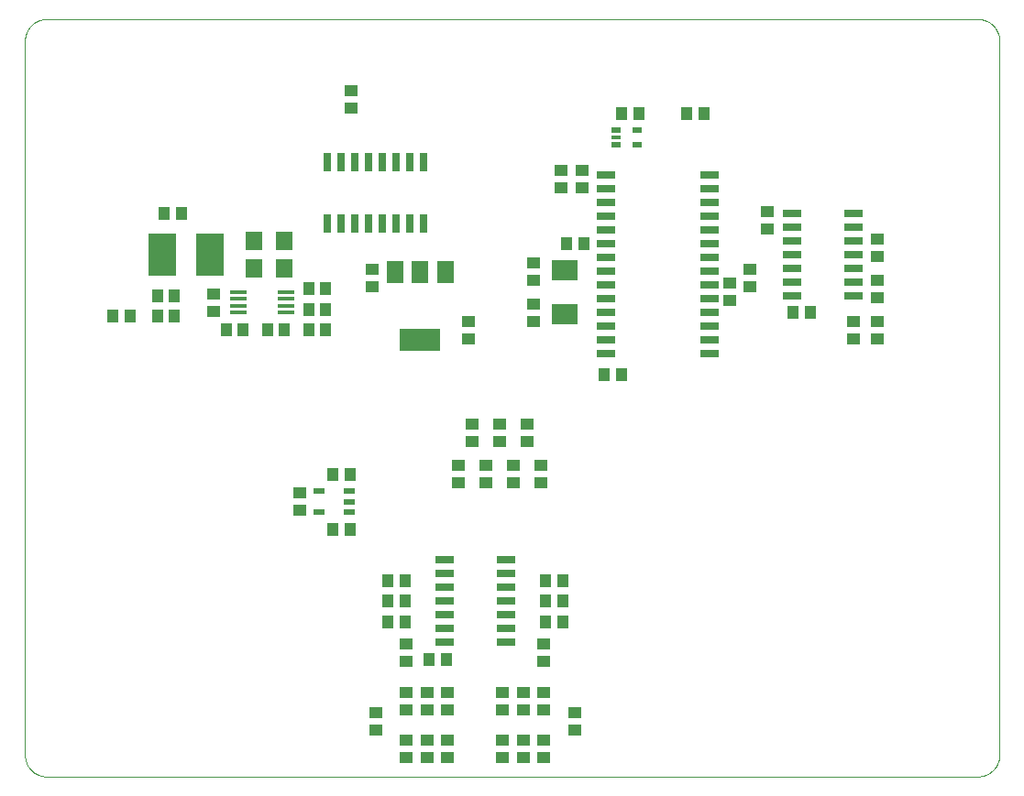
<source format=gtp>
G75*
%MOIN*%
%OFA0B0*%
%FSLAX25Y25*%
%IPPOS*%
%LPD*%
%AMOC8*
5,1,8,0,0,1.08239X$1,22.5*
%
%ADD10C,0.00400*%
%ADD11R,0.06890X0.02756*%
%ADD12R,0.05118X0.04331*%
%ADD13R,0.04331X0.05118*%
%ADD14R,0.09449X0.07480*%
%ADD15R,0.04331X0.02362*%
%ADD16R,0.06693X0.02559*%
%ADD17R,0.05906X0.07874*%
%ADD18R,0.14961X0.07874*%
%ADD19R,0.02756X0.06890*%
%ADD20R,0.03543X0.02362*%
%ADD21R,0.03543X0.01575*%
%ADD22R,0.06496X0.01772*%
%ADD23R,0.06299X0.07087*%
%ADD24R,0.09843X0.15748*%
D10*
X0009268Y0087909D02*
X0347850Y0087909D01*
X0348040Y0087911D01*
X0348230Y0087918D01*
X0348420Y0087930D01*
X0348610Y0087946D01*
X0348799Y0087966D01*
X0348988Y0087992D01*
X0349176Y0088021D01*
X0349363Y0088056D01*
X0349549Y0088095D01*
X0349734Y0088138D01*
X0349919Y0088186D01*
X0350102Y0088238D01*
X0350283Y0088294D01*
X0350463Y0088355D01*
X0350642Y0088421D01*
X0350819Y0088490D01*
X0350995Y0088564D01*
X0351168Y0088642D01*
X0351340Y0088725D01*
X0351509Y0088811D01*
X0351677Y0088901D01*
X0351842Y0088996D01*
X0352005Y0089094D01*
X0352165Y0089197D01*
X0352323Y0089303D01*
X0352478Y0089413D01*
X0352631Y0089526D01*
X0352781Y0089644D01*
X0352927Y0089765D01*
X0353071Y0089889D01*
X0353212Y0090017D01*
X0353350Y0090148D01*
X0353485Y0090283D01*
X0353616Y0090421D01*
X0353744Y0090562D01*
X0353868Y0090706D01*
X0353989Y0090852D01*
X0354107Y0091002D01*
X0354220Y0091155D01*
X0354330Y0091310D01*
X0354436Y0091468D01*
X0354539Y0091628D01*
X0354637Y0091791D01*
X0354732Y0091956D01*
X0354822Y0092124D01*
X0354908Y0092293D01*
X0354991Y0092465D01*
X0355069Y0092638D01*
X0355143Y0092814D01*
X0355212Y0092991D01*
X0355278Y0093170D01*
X0355339Y0093350D01*
X0355395Y0093531D01*
X0355447Y0093714D01*
X0355495Y0093899D01*
X0355538Y0094084D01*
X0355577Y0094270D01*
X0355612Y0094457D01*
X0355641Y0094645D01*
X0355667Y0094834D01*
X0355687Y0095023D01*
X0355703Y0095213D01*
X0355715Y0095403D01*
X0355722Y0095593D01*
X0355724Y0095783D01*
X0355724Y0355626D01*
X0355722Y0355816D01*
X0355715Y0356006D01*
X0355703Y0356196D01*
X0355687Y0356386D01*
X0355667Y0356575D01*
X0355641Y0356764D01*
X0355612Y0356952D01*
X0355577Y0357139D01*
X0355538Y0357325D01*
X0355495Y0357510D01*
X0355447Y0357695D01*
X0355395Y0357878D01*
X0355339Y0358059D01*
X0355278Y0358239D01*
X0355212Y0358418D01*
X0355143Y0358595D01*
X0355069Y0358771D01*
X0354991Y0358944D01*
X0354908Y0359116D01*
X0354822Y0359285D01*
X0354732Y0359453D01*
X0354637Y0359618D01*
X0354539Y0359781D01*
X0354436Y0359941D01*
X0354330Y0360099D01*
X0354220Y0360254D01*
X0354107Y0360407D01*
X0353989Y0360557D01*
X0353868Y0360703D01*
X0353744Y0360847D01*
X0353616Y0360988D01*
X0353485Y0361126D01*
X0353350Y0361261D01*
X0353212Y0361392D01*
X0353071Y0361520D01*
X0352927Y0361644D01*
X0352781Y0361765D01*
X0352631Y0361883D01*
X0352478Y0361996D01*
X0352323Y0362106D01*
X0352165Y0362212D01*
X0352005Y0362315D01*
X0351842Y0362413D01*
X0351677Y0362508D01*
X0351509Y0362598D01*
X0351340Y0362684D01*
X0351168Y0362767D01*
X0350995Y0362845D01*
X0350819Y0362919D01*
X0350642Y0362988D01*
X0350463Y0363054D01*
X0350283Y0363115D01*
X0350102Y0363171D01*
X0349919Y0363223D01*
X0349734Y0363271D01*
X0349549Y0363314D01*
X0349363Y0363353D01*
X0349176Y0363388D01*
X0348988Y0363417D01*
X0348799Y0363443D01*
X0348610Y0363463D01*
X0348420Y0363479D01*
X0348230Y0363491D01*
X0348040Y0363498D01*
X0347850Y0363500D01*
X0009268Y0363500D01*
X0009078Y0363498D01*
X0008888Y0363491D01*
X0008698Y0363479D01*
X0008508Y0363463D01*
X0008319Y0363443D01*
X0008130Y0363417D01*
X0007942Y0363388D01*
X0007755Y0363353D01*
X0007569Y0363314D01*
X0007384Y0363271D01*
X0007199Y0363223D01*
X0007016Y0363171D01*
X0006835Y0363115D01*
X0006655Y0363054D01*
X0006476Y0362988D01*
X0006299Y0362919D01*
X0006123Y0362845D01*
X0005950Y0362767D01*
X0005778Y0362684D01*
X0005609Y0362598D01*
X0005441Y0362508D01*
X0005276Y0362413D01*
X0005113Y0362315D01*
X0004953Y0362212D01*
X0004795Y0362106D01*
X0004640Y0361996D01*
X0004487Y0361883D01*
X0004337Y0361765D01*
X0004191Y0361644D01*
X0004047Y0361520D01*
X0003906Y0361392D01*
X0003768Y0361261D01*
X0003633Y0361126D01*
X0003502Y0360988D01*
X0003374Y0360847D01*
X0003250Y0360703D01*
X0003129Y0360557D01*
X0003011Y0360407D01*
X0002898Y0360254D01*
X0002788Y0360099D01*
X0002682Y0359941D01*
X0002579Y0359781D01*
X0002481Y0359618D01*
X0002386Y0359453D01*
X0002296Y0359285D01*
X0002210Y0359116D01*
X0002127Y0358944D01*
X0002049Y0358771D01*
X0001975Y0358595D01*
X0001906Y0358418D01*
X0001840Y0358239D01*
X0001779Y0358059D01*
X0001723Y0357878D01*
X0001671Y0357695D01*
X0001623Y0357510D01*
X0001580Y0357325D01*
X0001541Y0357139D01*
X0001506Y0356952D01*
X0001477Y0356764D01*
X0001451Y0356575D01*
X0001431Y0356386D01*
X0001415Y0356196D01*
X0001403Y0356006D01*
X0001396Y0355816D01*
X0001394Y0355626D01*
X0001394Y0095783D01*
X0001396Y0095593D01*
X0001403Y0095403D01*
X0001415Y0095213D01*
X0001431Y0095023D01*
X0001451Y0094834D01*
X0001477Y0094645D01*
X0001506Y0094457D01*
X0001541Y0094270D01*
X0001580Y0094084D01*
X0001623Y0093899D01*
X0001671Y0093714D01*
X0001723Y0093531D01*
X0001779Y0093350D01*
X0001840Y0093170D01*
X0001906Y0092991D01*
X0001975Y0092814D01*
X0002049Y0092638D01*
X0002127Y0092465D01*
X0002210Y0092293D01*
X0002296Y0092124D01*
X0002386Y0091956D01*
X0002481Y0091791D01*
X0002579Y0091628D01*
X0002682Y0091468D01*
X0002788Y0091310D01*
X0002898Y0091155D01*
X0003011Y0091002D01*
X0003129Y0090852D01*
X0003250Y0090706D01*
X0003374Y0090562D01*
X0003502Y0090421D01*
X0003633Y0090283D01*
X0003768Y0090148D01*
X0003906Y0090017D01*
X0004047Y0089889D01*
X0004191Y0089765D01*
X0004337Y0089644D01*
X0004487Y0089526D01*
X0004640Y0089413D01*
X0004795Y0089303D01*
X0004953Y0089197D01*
X0005113Y0089094D01*
X0005276Y0088996D01*
X0005441Y0088901D01*
X0005609Y0088811D01*
X0005778Y0088725D01*
X0005950Y0088642D01*
X0006123Y0088564D01*
X0006299Y0088490D01*
X0006476Y0088421D01*
X0006655Y0088355D01*
X0006835Y0088294D01*
X0007016Y0088238D01*
X0007199Y0088186D01*
X0007384Y0088138D01*
X0007569Y0088095D01*
X0007755Y0088056D01*
X0007942Y0088021D01*
X0008130Y0087992D01*
X0008319Y0087966D01*
X0008508Y0087946D01*
X0008698Y0087930D01*
X0008888Y0087918D01*
X0009078Y0087911D01*
X0009268Y0087909D01*
D11*
X0154022Y0136659D03*
X0154022Y0141659D03*
X0154022Y0146659D03*
X0154022Y0151659D03*
X0154022Y0156659D03*
X0154022Y0161659D03*
X0154022Y0166659D03*
X0176266Y0166659D03*
X0176266Y0161659D03*
X0176266Y0156659D03*
X0176266Y0151659D03*
X0176266Y0146659D03*
X0176266Y0141659D03*
X0176266Y0136659D03*
X0280272Y0262909D03*
X0280272Y0267909D03*
X0280272Y0272909D03*
X0280272Y0277909D03*
X0280272Y0282909D03*
X0280272Y0287909D03*
X0280272Y0292909D03*
X0302516Y0292909D03*
X0302516Y0287909D03*
X0302516Y0282909D03*
X0302516Y0277909D03*
X0302516Y0272909D03*
X0302516Y0267909D03*
X0302516Y0262909D03*
D12*
X0311394Y0262260D03*
X0311394Y0268559D03*
X0311394Y0277260D03*
X0311394Y0283559D03*
X0311394Y0253559D03*
X0311394Y0247260D03*
X0302644Y0247260D03*
X0302644Y0253559D03*
X0265144Y0266010D03*
X0265144Y0272309D03*
X0257644Y0267309D03*
X0257644Y0261010D03*
X0271394Y0287260D03*
X0271394Y0293559D03*
X0203894Y0302260D03*
X0203894Y0308559D03*
X0196394Y0308559D03*
X0196394Y0302260D03*
X0186394Y0274809D03*
X0186394Y0268510D03*
X0186394Y0259809D03*
X0186394Y0253510D03*
X0162644Y0253559D03*
X0162644Y0247260D03*
X0163894Y0216059D03*
X0163894Y0209760D03*
X0168894Y0201059D03*
X0168894Y0194760D03*
X0178894Y0194760D03*
X0178894Y0201059D03*
X0188894Y0201059D03*
X0188894Y0194760D03*
X0183894Y0209760D03*
X0183894Y0216059D03*
X0173894Y0216059D03*
X0173894Y0209760D03*
X0158894Y0201059D03*
X0158894Y0194760D03*
X0101394Y0191059D03*
X0101394Y0184760D03*
X0140144Y0136059D03*
X0140144Y0129760D03*
X0140144Y0118559D03*
X0147644Y0118559D03*
X0147644Y0112260D03*
X0140144Y0112260D03*
X0140144Y0101059D03*
X0140144Y0094760D03*
X0147644Y0094760D03*
X0147644Y0101059D03*
X0155144Y0101059D03*
X0155144Y0094760D03*
X0155144Y0112260D03*
X0155144Y0118559D03*
X0175144Y0118559D03*
X0175144Y0112260D03*
X0182644Y0112260D03*
X0182644Y0118559D03*
X0190144Y0118559D03*
X0190144Y0112260D03*
X0201394Y0111059D03*
X0201394Y0104760D03*
X0190144Y0101059D03*
X0190144Y0094760D03*
X0182644Y0094760D03*
X0182644Y0101059D03*
X0175144Y0101059D03*
X0175144Y0094760D03*
X0190144Y0129760D03*
X0190144Y0136059D03*
X0128894Y0111059D03*
X0128894Y0104760D03*
X0070144Y0257260D03*
X0070144Y0263559D03*
X0127644Y0266010D03*
X0127644Y0272309D03*
X0120144Y0331010D03*
X0120144Y0337309D03*
D13*
X0058293Y0292909D03*
X0051994Y0292909D03*
X0049494Y0262909D03*
X0055793Y0262909D03*
X0055793Y0255409D03*
X0049494Y0255409D03*
X0039543Y0255409D03*
X0033244Y0255409D03*
X0074494Y0250409D03*
X0080793Y0250409D03*
X0089494Y0250409D03*
X0095793Y0250409D03*
X0104494Y0250409D03*
X0110793Y0250409D03*
X0110793Y0257909D03*
X0104494Y0257909D03*
X0104494Y0265409D03*
X0110793Y0265409D03*
X0113244Y0197909D03*
X0119543Y0197909D03*
X0119543Y0177909D03*
X0113244Y0177909D03*
X0133244Y0159159D03*
X0139543Y0159159D03*
X0139543Y0151659D03*
X0133244Y0151659D03*
X0133244Y0144159D03*
X0139543Y0144159D03*
X0148244Y0130409D03*
X0154543Y0130409D03*
X0190744Y0144159D03*
X0197043Y0144159D03*
X0197043Y0151659D03*
X0190744Y0151659D03*
X0190744Y0159159D03*
X0197043Y0159159D03*
X0211994Y0234159D03*
X0218293Y0234159D03*
X0204543Y0281659D03*
X0198244Y0281659D03*
X0218244Y0329159D03*
X0224543Y0329159D03*
X0241994Y0329159D03*
X0248293Y0329159D03*
X0280744Y0256659D03*
X0287043Y0256659D03*
D14*
X0197644Y0256089D03*
X0197644Y0272230D03*
D15*
X0119406Y0191650D03*
X0119406Y0187909D03*
X0119406Y0184169D03*
X0108382Y0184169D03*
X0108382Y0191650D03*
D16*
X0212575Y0241659D03*
X0212575Y0246659D03*
X0212575Y0251659D03*
X0212575Y0256659D03*
X0212575Y0261659D03*
X0212575Y0266659D03*
X0212575Y0271659D03*
X0212575Y0276659D03*
X0212575Y0281659D03*
X0212575Y0286659D03*
X0212575Y0291659D03*
X0212575Y0296659D03*
X0212575Y0301659D03*
X0212575Y0306659D03*
X0250213Y0306659D03*
X0250213Y0301659D03*
X0250213Y0296659D03*
X0250213Y0291659D03*
X0250213Y0286659D03*
X0250213Y0281659D03*
X0250213Y0276659D03*
X0250213Y0271659D03*
X0250213Y0266659D03*
X0250213Y0261659D03*
X0250213Y0256659D03*
X0250213Y0251659D03*
X0250213Y0246659D03*
X0250213Y0241659D03*
D17*
X0154199Y0271561D03*
X0145144Y0271561D03*
X0136089Y0271561D03*
D18*
X0145144Y0246758D03*
D19*
X0146394Y0289287D03*
X0141394Y0289287D03*
X0136394Y0289287D03*
X0131394Y0289287D03*
X0126394Y0289287D03*
X0121394Y0289287D03*
X0116394Y0289287D03*
X0111394Y0289287D03*
X0111394Y0311531D03*
X0116394Y0311531D03*
X0121394Y0311531D03*
X0126394Y0311531D03*
X0131394Y0311531D03*
X0136394Y0311531D03*
X0141394Y0311531D03*
X0146394Y0311531D03*
D20*
X0216207Y0317654D03*
X0216207Y0323165D03*
X0224081Y0323165D03*
X0224081Y0317654D03*
D21*
X0216207Y0320409D03*
D22*
X0096305Y0264159D03*
X0096305Y0261659D03*
X0096305Y0259159D03*
X0096305Y0256659D03*
X0078982Y0256659D03*
X0078982Y0259159D03*
X0078982Y0261659D03*
X0078982Y0264159D03*
D23*
X0084632Y0272909D03*
X0084632Y0282909D03*
X0095656Y0282909D03*
X0095656Y0272909D03*
D24*
X0068805Y0277909D03*
X0051482Y0277909D03*
M02*

</source>
